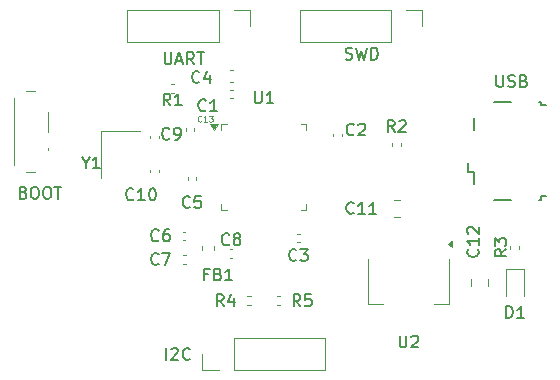
<source format=gbr>
%TF.GenerationSoftware,KiCad,Pcbnew,9.0.1*%
%TF.CreationDate,2025-04-26T12:53:08+02:00*%
%TF.ProjectId,stm32_board,73746d33-325f-4626-9f61-72642e6b6963,rev?*%
%TF.SameCoordinates,Original*%
%TF.FileFunction,Legend,Top*%
%TF.FilePolarity,Positive*%
%FSLAX46Y46*%
G04 Gerber Fmt 4.6, Leading zero omitted, Abs format (unit mm)*
G04 Created by KiCad (PCBNEW 9.0.1) date 2025-04-26 12:53:08*
%MOMM*%
%LPD*%
G01*
G04 APERTURE LIST*
%ADD10C,0.150000*%
%ADD11C,0.100000*%
%ADD12C,0.120000*%
G04 APERTURE END LIST*
D10*
X126373333Y-59399580D02*
X126325714Y-59447200D01*
X126325714Y-59447200D02*
X126182857Y-59494819D01*
X126182857Y-59494819D02*
X126087619Y-59494819D01*
X126087619Y-59494819D02*
X125944762Y-59447200D01*
X125944762Y-59447200D02*
X125849524Y-59351961D01*
X125849524Y-59351961D02*
X125801905Y-59256723D01*
X125801905Y-59256723D02*
X125754286Y-59066247D01*
X125754286Y-59066247D02*
X125754286Y-58923390D01*
X125754286Y-58923390D02*
X125801905Y-58732914D01*
X125801905Y-58732914D02*
X125849524Y-58637676D01*
X125849524Y-58637676D02*
X125944762Y-58542438D01*
X125944762Y-58542438D02*
X126087619Y-58494819D01*
X126087619Y-58494819D02*
X126182857Y-58494819D01*
X126182857Y-58494819D02*
X126325714Y-58542438D01*
X126325714Y-58542438D02*
X126373333Y-58590057D01*
X126754286Y-58590057D02*
X126801905Y-58542438D01*
X126801905Y-58542438D02*
X126897143Y-58494819D01*
X126897143Y-58494819D02*
X127135238Y-58494819D01*
X127135238Y-58494819D02*
X127230476Y-58542438D01*
X127230476Y-58542438D02*
X127278095Y-58590057D01*
X127278095Y-58590057D02*
X127325714Y-58685295D01*
X127325714Y-58685295D02*
X127325714Y-58780533D01*
X127325714Y-58780533D02*
X127278095Y-58923390D01*
X127278095Y-58923390D02*
X126706667Y-59494819D01*
X126706667Y-59494819D02*
X127325714Y-59494819D01*
X138438095Y-54379819D02*
X138438095Y-55189342D01*
X138438095Y-55189342D02*
X138485714Y-55284580D01*
X138485714Y-55284580D02*
X138533333Y-55332200D01*
X138533333Y-55332200D02*
X138628571Y-55379819D01*
X138628571Y-55379819D02*
X138819047Y-55379819D01*
X138819047Y-55379819D02*
X138914285Y-55332200D01*
X138914285Y-55332200D02*
X138961904Y-55284580D01*
X138961904Y-55284580D02*
X139009523Y-55189342D01*
X139009523Y-55189342D02*
X139009523Y-54379819D01*
X139438095Y-55332200D02*
X139580952Y-55379819D01*
X139580952Y-55379819D02*
X139819047Y-55379819D01*
X139819047Y-55379819D02*
X139914285Y-55332200D01*
X139914285Y-55332200D02*
X139961904Y-55284580D01*
X139961904Y-55284580D02*
X140009523Y-55189342D01*
X140009523Y-55189342D02*
X140009523Y-55094104D01*
X140009523Y-55094104D02*
X139961904Y-54998866D01*
X139961904Y-54998866D02*
X139914285Y-54951247D01*
X139914285Y-54951247D02*
X139819047Y-54903628D01*
X139819047Y-54903628D02*
X139628571Y-54856009D01*
X139628571Y-54856009D02*
X139533333Y-54808390D01*
X139533333Y-54808390D02*
X139485714Y-54760771D01*
X139485714Y-54760771D02*
X139438095Y-54665533D01*
X139438095Y-54665533D02*
X139438095Y-54570295D01*
X139438095Y-54570295D02*
X139485714Y-54475057D01*
X139485714Y-54475057D02*
X139533333Y-54427438D01*
X139533333Y-54427438D02*
X139628571Y-54379819D01*
X139628571Y-54379819D02*
X139866666Y-54379819D01*
X139866666Y-54379819D02*
X140009523Y-54427438D01*
X140771428Y-54856009D02*
X140914285Y-54903628D01*
X140914285Y-54903628D02*
X140961904Y-54951247D01*
X140961904Y-54951247D02*
X141009523Y-55046485D01*
X141009523Y-55046485D02*
X141009523Y-55189342D01*
X141009523Y-55189342D02*
X140961904Y-55284580D01*
X140961904Y-55284580D02*
X140914285Y-55332200D01*
X140914285Y-55332200D02*
X140819047Y-55379819D01*
X140819047Y-55379819D02*
X140438095Y-55379819D01*
X140438095Y-55379819D02*
X140438095Y-54379819D01*
X140438095Y-54379819D02*
X140771428Y-54379819D01*
X140771428Y-54379819D02*
X140866666Y-54427438D01*
X140866666Y-54427438D02*
X140914285Y-54475057D01*
X140914285Y-54475057D02*
X140961904Y-54570295D01*
X140961904Y-54570295D02*
X140961904Y-54665533D01*
X140961904Y-54665533D02*
X140914285Y-54760771D01*
X140914285Y-54760771D02*
X140866666Y-54808390D01*
X140866666Y-54808390D02*
X140771428Y-54856009D01*
X140771428Y-54856009D02*
X140438095Y-54856009D01*
X112483333Y-65534580D02*
X112435714Y-65582200D01*
X112435714Y-65582200D02*
X112292857Y-65629819D01*
X112292857Y-65629819D02*
X112197619Y-65629819D01*
X112197619Y-65629819D02*
X112054762Y-65582200D01*
X112054762Y-65582200D02*
X111959524Y-65486961D01*
X111959524Y-65486961D02*
X111911905Y-65391723D01*
X111911905Y-65391723D02*
X111864286Y-65201247D01*
X111864286Y-65201247D02*
X111864286Y-65058390D01*
X111864286Y-65058390D02*
X111911905Y-64867914D01*
X111911905Y-64867914D02*
X111959524Y-64772676D01*
X111959524Y-64772676D02*
X112054762Y-64677438D01*
X112054762Y-64677438D02*
X112197619Y-64629819D01*
X112197619Y-64629819D02*
X112292857Y-64629819D01*
X112292857Y-64629819D02*
X112435714Y-64677438D01*
X112435714Y-64677438D02*
X112483333Y-64725057D01*
X113388095Y-64629819D02*
X112911905Y-64629819D01*
X112911905Y-64629819D02*
X112864286Y-65106009D01*
X112864286Y-65106009D02*
X112911905Y-65058390D01*
X112911905Y-65058390D02*
X113007143Y-65010771D01*
X113007143Y-65010771D02*
X113245238Y-65010771D01*
X113245238Y-65010771D02*
X113340476Y-65058390D01*
X113340476Y-65058390D02*
X113388095Y-65106009D01*
X113388095Y-65106009D02*
X113435714Y-65201247D01*
X113435714Y-65201247D02*
X113435714Y-65439342D01*
X113435714Y-65439342D02*
X113388095Y-65534580D01*
X113388095Y-65534580D02*
X113340476Y-65582200D01*
X113340476Y-65582200D02*
X113245238Y-65629819D01*
X113245238Y-65629819D02*
X113007143Y-65629819D01*
X113007143Y-65629819D02*
X112911905Y-65582200D01*
X112911905Y-65582200D02*
X112864286Y-65534580D01*
X114016666Y-71251009D02*
X113683333Y-71251009D01*
X113683333Y-71774819D02*
X113683333Y-70774819D01*
X113683333Y-70774819D02*
X114159523Y-70774819D01*
X114873809Y-71251009D02*
X115016666Y-71298628D01*
X115016666Y-71298628D02*
X115064285Y-71346247D01*
X115064285Y-71346247D02*
X115111904Y-71441485D01*
X115111904Y-71441485D02*
X115111904Y-71584342D01*
X115111904Y-71584342D02*
X115064285Y-71679580D01*
X115064285Y-71679580D02*
X115016666Y-71727200D01*
X115016666Y-71727200D02*
X114921428Y-71774819D01*
X114921428Y-71774819D02*
X114540476Y-71774819D01*
X114540476Y-71774819D02*
X114540476Y-70774819D01*
X114540476Y-70774819D02*
X114873809Y-70774819D01*
X114873809Y-70774819D02*
X114969047Y-70822438D01*
X114969047Y-70822438D02*
X115016666Y-70870057D01*
X115016666Y-70870057D02*
X115064285Y-70965295D01*
X115064285Y-70965295D02*
X115064285Y-71060533D01*
X115064285Y-71060533D02*
X115016666Y-71155771D01*
X115016666Y-71155771D02*
X114969047Y-71203390D01*
X114969047Y-71203390D02*
X114873809Y-71251009D01*
X114873809Y-71251009D02*
X114540476Y-71251009D01*
X116064285Y-71774819D02*
X115492857Y-71774819D01*
X115778571Y-71774819D02*
X115778571Y-70774819D01*
X115778571Y-70774819D02*
X115683333Y-70917676D01*
X115683333Y-70917676D02*
X115588095Y-71012914D01*
X115588095Y-71012914D02*
X115492857Y-71060533D01*
X129813333Y-59214819D02*
X129480000Y-58738628D01*
X129241905Y-59214819D02*
X129241905Y-58214819D01*
X129241905Y-58214819D02*
X129622857Y-58214819D01*
X129622857Y-58214819D02*
X129718095Y-58262438D01*
X129718095Y-58262438D02*
X129765714Y-58310057D01*
X129765714Y-58310057D02*
X129813333Y-58405295D01*
X129813333Y-58405295D02*
X129813333Y-58548152D01*
X129813333Y-58548152D02*
X129765714Y-58643390D01*
X129765714Y-58643390D02*
X129718095Y-58691009D01*
X129718095Y-58691009D02*
X129622857Y-58738628D01*
X129622857Y-58738628D02*
X129241905Y-58738628D01*
X130194286Y-58310057D02*
X130241905Y-58262438D01*
X130241905Y-58262438D02*
X130337143Y-58214819D01*
X130337143Y-58214819D02*
X130575238Y-58214819D01*
X130575238Y-58214819D02*
X130670476Y-58262438D01*
X130670476Y-58262438D02*
X130718095Y-58310057D01*
X130718095Y-58310057D02*
X130765714Y-58405295D01*
X130765714Y-58405295D02*
X130765714Y-58500533D01*
X130765714Y-58500533D02*
X130718095Y-58643390D01*
X130718095Y-58643390D02*
X130146667Y-59214819D01*
X130146667Y-59214819D02*
X130765714Y-59214819D01*
X121493333Y-70029580D02*
X121445714Y-70077200D01*
X121445714Y-70077200D02*
X121302857Y-70124819D01*
X121302857Y-70124819D02*
X121207619Y-70124819D01*
X121207619Y-70124819D02*
X121064762Y-70077200D01*
X121064762Y-70077200D02*
X120969524Y-69981961D01*
X120969524Y-69981961D02*
X120921905Y-69886723D01*
X120921905Y-69886723D02*
X120874286Y-69696247D01*
X120874286Y-69696247D02*
X120874286Y-69553390D01*
X120874286Y-69553390D02*
X120921905Y-69362914D01*
X120921905Y-69362914D02*
X120969524Y-69267676D01*
X120969524Y-69267676D02*
X121064762Y-69172438D01*
X121064762Y-69172438D02*
X121207619Y-69124819D01*
X121207619Y-69124819D02*
X121302857Y-69124819D01*
X121302857Y-69124819D02*
X121445714Y-69172438D01*
X121445714Y-69172438D02*
X121493333Y-69220057D01*
X121826667Y-69124819D02*
X122445714Y-69124819D01*
X122445714Y-69124819D02*
X122112381Y-69505771D01*
X122112381Y-69505771D02*
X122255238Y-69505771D01*
X122255238Y-69505771D02*
X122350476Y-69553390D01*
X122350476Y-69553390D02*
X122398095Y-69601009D01*
X122398095Y-69601009D02*
X122445714Y-69696247D01*
X122445714Y-69696247D02*
X122445714Y-69934342D01*
X122445714Y-69934342D02*
X122398095Y-70029580D01*
X122398095Y-70029580D02*
X122350476Y-70077200D01*
X122350476Y-70077200D02*
X122255238Y-70124819D01*
X122255238Y-70124819D02*
X121969524Y-70124819D01*
X121969524Y-70124819D02*
X121874286Y-70077200D01*
X121874286Y-70077200D02*
X121826667Y-70029580D01*
X117988095Y-55767319D02*
X117988095Y-56576842D01*
X117988095Y-56576842D02*
X118035714Y-56672080D01*
X118035714Y-56672080D02*
X118083333Y-56719700D01*
X118083333Y-56719700D02*
X118178571Y-56767319D01*
X118178571Y-56767319D02*
X118369047Y-56767319D01*
X118369047Y-56767319D02*
X118464285Y-56719700D01*
X118464285Y-56719700D02*
X118511904Y-56672080D01*
X118511904Y-56672080D02*
X118559523Y-56576842D01*
X118559523Y-56576842D02*
X118559523Y-55767319D01*
X119559523Y-56767319D02*
X118988095Y-56767319D01*
X119273809Y-56767319D02*
X119273809Y-55767319D01*
X119273809Y-55767319D02*
X119178571Y-55910176D01*
X119178571Y-55910176D02*
X119083333Y-56005414D01*
X119083333Y-56005414D02*
X118988095Y-56053033D01*
X121833333Y-73954819D02*
X121500000Y-73478628D01*
X121261905Y-73954819D02*
X121261905Y-72954819D01*
X121261905Y-72954819D02*
X121642857Y-72954819D01*
X121642857Y-72954819D02*
X121738095Y-73002438D01*
X121738095Y-73002438D02*
X121785714Y-73050057D01*
X121785714Y-73050057D02*
X121833333Y-73145295D01*
X121833333Y-73145295D02*
X121833333Y-73288152D01*
X121833333Y-73288152D02*
X121785714Y-73383390D01*
X121785714Y-73383390D02*
X121738095Y-73431009D01*
X121738095Y-73431009D02*
X121642857Y-73478628D01*
X121642857Y-73478628D02*
X121261905Y-73478628D01*
X122738095Y-72954819D02*
X122261905Y-72954819D01*
X122261905Y-72954819D02*
X122214286Y-73431009D01*
X122214286Y-73431009D02*
X122261905Y-73383390D01*
X122261905Y-73383390D02*
X122357143Y-73335771D01*
X122357143Y-73335771D02*
X122595238Y-73335771D01*
X122595238Y-73335771D02*
X122690476Y-73383390D01*
X122690476Y-73383390D02*
X122738095Y-73431009D01*
X122738095Y-73431009D02*
X122785714Y-73526247D01*
X122785714Y-73526247D02*
X122785714Y-73764342D01*
X122785714Y-73764342D02*
X122738095Y-73859580D01*
X122738095Y-73859580D02*
X122690476Y-73907200D01*
X122690476Y-73907200D02*
X122595238Y-73954819D01*
X122595238Y-73954819D02*
X122357143Y-73954819D01*
X122357143Y-73954819D02*
X122261905Y-73907200D01*
X122261905Y-73907200D02*
X122214286Y-73859580D01*
X110833333Y-56954819D02*
X110500000Y-56478628D01*
X110261905Y-56954819D02*
X110261905Y-55954819D01*
X110261905Y-55954819D02*
X110642857Y-55954819D01*
X110642857Y-55954819D02*
X110738095Y-56002438D01*
X110738095Y-56002438D02*
X110785714Y-56050057D01*
X110785714Y-56050057D02*
X110833333Y-56145295D01*
X110833333Y-56145295D02*
X110833333Y-56288152D01*
X110833333Y-56288152D02*
X110785714Y-56383390D01*
X110785714Y-56383390D02*
X110738095Y-56431009D01*
X110738095Y-56431009D02*
X110642857Y-56478628D01*
X110642857Y-56478628D02*
X110261905Y-56478628D01*
X111785714Y-56954819D02*
X111214286Y-56954819D01*
X111500000Y-56954819D02*
X111500000Y-55954819D01*
X111500000Y-55954819D02*
X111404762Y-56097676D01*
X111404762Y-56097676D02*
X111309524Y-56192914D01*
X111309524Y-56192914D02*
X111214286Y-56240533D01*
X139284819Y-69156666D02*
X138808628Y-69489999D01*
X139284819Y-69728094D02*
X138284819Y-69728094D01*
X138284819Y-69728094D02*
X138284819Y-69347142D01*
X138284819Y-69347142D02*
X138332438Y-69251904D01*
X138332438Y-69251904D02*
X138380057Y-69204285D01*
X138380057Y-69204285D02*
X138475295Y-69156666D01*
X138475295Y-69156666D02*
X138618152Y-69156666D01*
X138618152Y-69156666D02*
X138713390Y-69204285D01*
X138713390Y-69204285D02*
X138761009Y-69251904D01*
X138761009Y-69251904D02*
X138808628Y-69347142D01*
X138808628Y-69347142D02*
X138808628Y-69728094D01*
X138284819Y-68823332D02*
X138284819Y-68204285D01*
X138284819Y-68204285D02*
X138665771Y-68537618D01*
X138665771Y-68537618D02*
X138665771Y-68394761D01*
X138665771Y-68394761D02*
X138713390Y-68299523D01*
X138713390Y-68299523D02*
X138761009Y-68251904D01*
X138761009Y-68251904D02*
X138856247Y-68204285D01*
X138856247Y-68204285D02*
X139094342Y-68204285D01*
X139094342Y-68204285D02*
X139189580Y-68251904D01*
X139189580Y-68251904D02*
X139237200Y-68299523D01*
X139237200Y-68299523D02*
X139284819Y-68394761D01*
X139284819Y-68394761D02*
X139284819Y-68680475D01*
X139284819Y-68680475D02*
X139237200Y-68775713D01*
X139237200Y-68775713D02*
X139189580Y-68823332D01*
X110344762Y-52474819D02*
X110344762Y-53284342D01*
X110344762Y-53284342D02*
X110392381Y-53379580D01*
X110392381Y-53379580D02*
X110440000Y-53427200D01*
X110440000Y-53427200D02*
X110535238Y-53474819D01*
X110535238Y-53474819D02*
X110725714Y-53474819D01*
X110725714Y-53474819D02*
X110820952Y-53427200D01*
X110820952Y-53427200D02*
X110868571Y-53379580D01*
X110868571Y-53379580D02*
X110916190Y-53284342D01*
X110916190Y-53284342D02*
X110916190Y-52474819D01*
X111344762Y-53189104D02*
X111820952Y-53189104D01*
X111249524Y-53474819D02*
X111582857Y-52474819D01*
X111582857Y-52474819D02*
X111916190Y-53474819D01*
X112820952Y-53474819D02*
X112487619Y-52998628D01*
X112249524Y-53474819D02*
X112249524Y-52474819D01*
X112249524Y-52474819D02*
X112630476Y-52474819D01*
X112630476Y-52474819D02*
X112725714Y-52522438D01*
X112725714Y-52522438D02*
X112773333Y-52570057D01*
X112773333Y-52570057D02*
X112820952Y-52665295D01*
X112820952Y-52665295D02*
X112820952Y-52808152D01*
X112820952Y-52808152D02*
X112773333Y-52903390D01*
X112773333Y-52903390D02*
X112725714Y-52951009D01*
X112725714Y-52951009D02*
X112630476Y-52998628D01*
X112630476Y-52998628D02*
X112249524Y-52998628D01*
X113106667Y-52474819D02*
X113678095Y-52474819D01*
X113392381Y-53474819D02*
X113392381Y-52474819D01*
X113293333Y-54959580D02*
X113245714Y-55007200D01*
X113245714Y-55007200D02*
X113102857Y-55054819D01*
X113102857Y-55054819D02*
X113007619Y-55054819D01*
X113007619Y-55054819D02*
X112864762Y-55007200D01*
X112864762Y-55007200D02*
X112769524Y-54911961D01*
X112769524Y-54911961D02*
X112721905Y-54816723D01*
X112721905Y-54816723D02*
X112674286Y-54626247D01*
X112674286Y-54626247D02*
X112674286Y-54483390D01*
X112674286Y-54483390D02*
X112721905Y-54292914D01*
X112721905Y-54292914D02*
X112769524Y-54197676D01*
X112769524Y-54197676D02*
X112864762Y-54102438D01*
X112864762Y-54102438D02*
X113007619Y-54054819D01*
X113007619Y-54054819D02*
X113102857Y-54054819D01*
X113102857Y-54054819D02*
X113245714Y-54102438D01*
X113245714Y-54102438D02*
X113293333Y-54150057D01*
X114150476Y-54388152D02*
X114150476Y-55054819D01*
X113912381Y-54007200D02*
X113674286Y-54721485D01*
X113674286Y-54721485D02*
X114293333Y-54721485D01*
X109833333Y-70359580D02*
X109785714Y-70407200D01*
X109785714Y-70407200D02*
X109642857Y-70454819D01*
X109642857Y-70454819D02*
X109547619Y-70454819D01*
X109547619Y-70454819D02*
X109404762Y-70407200D01*
X109404762Y-70407200D02*
X109309524Y-70311961D01*
X109309524Y-70311961D02*
X109261905Y-70216723D01*
X109261905Y-70216723D02*
X109214286Y-70026247D01*
X109214286Y-70026247D02*
X109214286Y-69883390D01*
X109214286Y-69883390D02*
X109261905Y-69692914D01*
X109261905Y-69692914D02*
X109309524Y-69597676D01*
X109309524Y-69597676D02*
X109404762Y-69502438D01*
X109404762Y-69502438D02*
X109547619Y-69454819D01*
X109547619Y-69454819D02*
X109642857Y-69454819D01*
X109642857Y-69454819D02*
X109785714Y-69502438D01*
X109785714Y-69502438D02*
X109833333Y-69550057D01*
X110166667Y-69454819D02*
X110833333Y-69454819D01*
X110833333Y-69454819D02*
X110404762Y-70454819D01*
X109833333Y-68359580D02*
X109785714Y-68407200D01*
X109785714Y-68407200D02*
X109642857Y-68454819D01*
X109642857Y-68454819D02*
X109547619Y-68454819D01*
X109547619Y-68454819D02*
X109404762Y-68407200D01*
X109404762Y-68407200D02*
X109309524Y-68311961D01*
X109309524Y-68311961D02*
X109261905Y-68216723D01*
X109261905Y-68216723D02*
X109214286Y-68026247D01*
X109214286Y-68026247D02*
X109214286Y-67883390D01*
X109214286Y-67883390D02*
X109261905Y-67692914D01*
X109261905Y-67692914D02*
X109309524Y-67597676D01*
X109309524Y-67597676D02*
X109404762Y-67502438D01*
X109404762Y-67502438D02*
X109547619Y-67454819D01*
X109547619Y-67454819D02*
X109642857Y-67454819D01*
X109642857Y-67454819D02*
X109785714Y-67502438D01*
X109785714Y-67502438D02*
X109833333Y-67550057D01*
X110690476Y-67454819D02*
X110500000Y-67454819D01*
X110500000Y-67454819D02*
X110404762Y-67502438D01*
X110404762Y-67502438D02*
X110357143Y-67550057D01*
X110357143Y-67550057D02*
X110261905Y-67692914D01*
X110261905Y-67692914D02*
X110214286Y-67883390D01*
X110214286Y-67883390D02*
X110214286Y-68264342D01*
X110214286Y-68264342D02*
X110261905Y-68359580D01*
X110261905Y-68359580D02*
X110309524Y-68407200D01*
X110309524Y-68407200D02*
X110404762Y-68454819D01*
X110404762Y-68454819D02*
X110595238Y-68454819D01*
X110595238Y-68454819D02*
X110690476Y-68407200D01*
X110690476Y-68407200D02*
X110738095Y-68359580D01*
X110738095Y-68359580D02*
X110785714Y-68264342D01*
X110785714Y-68264342D02*
X110785714Y-68026247D01*
X110785714Y-68026247D02*
X110738095Y-67931009D01*
X110738095Y-67931009D02*
X110690476Y-67883390D01*
X110690476Y-67883390D02*
X110595238Y-67835771D01*
X110595238Y-67835771D02*
X110404762Y-67835771D01*
X110404762Y-67835771D02*
X110309524Y-67883390D01*
X110309524Y-67883390D02*
X110261905Y-67931009D01*
X110261905Y-67931009D02*
X110214286Y-68026247D01*
X126357142Y-66059580D02*
X126309523Y-66107200D01*
X126309523Y-66107200D02*
X126166666Y-66154819D01*
X126166666Y-66154819D02*
X126071428Y-66154819D01*
X126071428Y-66154819D02*
X125928571Y-66107200D01*
X125928571Y-66107200D02*
X125833333Y-66011961D01*
X125833333Y-66011961D02*
X125785714Y-65916723D01*
X125785714Y-65916723D02*
X125738095Y-65726247D01*
X125738095Y-65726247D02*
X125738095Y-65583390D01*
X125738095Y-65583390D02*
X125785714Y-65392914D01*
X125785714Y-65392914D02*
X125833333Y-65297676D01*
X125833333Y-65297676D02*
X125928571Y-65202438D01*
X125928571Y-65202438D02*
X126071428Y-65154819D01*
X126071428Y-65154819D02*
X126166666Y-65154819D01*
X126166666Y-65154819D02*
X126309523Y-65202438D01*
X126309523Y-65202438D02*
X126357142Y-65250057D01*
X127309523Y-66154819D02*
X126738095Y-66154819D01*
X127023809Y-66154819D02*
X127023809Y-65154819D01*
X127023809Y-65154819D02*
X126928571Y-65297676D01*
X126928571Y-65297676D02*
X126833333Y-65392914D01*
X126833333Y-65392914D02*
X126738095Y-65440533D01*
X128261904Y-66154819D02*
X127690476Y-66154819D01*
X127976190Y-66154819D02*
X127976190Y-65154819D01*
X127976190Y-65154819D02*
X127880952Y-65297676D01*
X127880952Y-65297676D02*
X127785714Y-65392914D01*
X127785714Y-65392914D02*
X127690476Y-65440533D01*
X113833333Y-57359580D02*
X113785714Y-57407200D01*
X113785714Y-57407200D02*
X113642857Y-57454819D01*
X113642857Y-57454819D02*
X113547619Y-57454819D01*
X113547619Y-57454819D02*
X113404762Y-57407200D01*
X113404762Y-57407200D02*
X113309524Y-57311961D01*
X113309524Y-57311961D02*
X113261905Y-57216723D01*
X113261905Y-57216723D02*
X113214286Y-57026247D01*
X113214286Y-57026247D02*
X113214286Y-56883390D01*
X113214286Y-56883390D02*
X113261905Y-56692914D01*
X113261905Y-56692914D02*
X113309524Y-56597676D01*
X113309524Y-56597676D02*
X113404762Y-56502438D01*
X113404762Y-56502438D02*
X113547619Y-56454819D01*
X113547619Y-56454819D02*
X113642857Y-56454819D01*
X113642857Y-56454819D02*
X113785714Y-56502438D01*
X113785714Y-56502438D02*
X113833333Y-56550057D01*
X114785714Y-57454819D02*
X114214286Y-57454819D01*
X114500000Y-57454819D02*
X114500000Y-56454819D01*
X114500000Y-56454819D02*
X114404762Y-56597676D01*
X114404762Y-56597676D02*
X114309524Y-56692914D01*
X114309524Y-56692914D02*
X114214286Y-56740533D01*
D11*
X113458571Y-58288490D02*
X113434762Y-58312300D01*
X113434762Y-58312300D02*
X113363333Y-58336109D01*
X113363333Y-58336109D02*
X113315714Y-58336109D01*
X113315714Y-58336109D02*
X113244286Y-58312300D01*
X113244286Y-58312300D02*
X113196667Y-58264680D01*
X113196667Y-58264680D02*
X113172857Y-58217061D01*
X113172857Y-58217061D02*
X113149048Y-58121823D01*
X113149048Y-58121823D02*
X113149048Y-58050395D01*
X113149048Y-58050395D02*
X113172857Y-57955157D01*
X113172857Y-57955157D02*
X113196667Y-57907538D01*
X113196667Y-57907538D02*
X113244286Y-57859919D01*
X113244286Y-57859919D02*
X113315714Y-57836109D01*
X113315714Y-57836109D02*
X113363333Y-57836109D01*
X113363333Y-57836109D02*
X113434762Y-57859919D01*
X113434762Y-57859919D02*
X113458571Y-57883728D01*
X113934762Y-58336109D02*
X113649048Y-58336109D01*
X113791905Y-58336109D02*
X113791905Y-57836109D01*
X113791905Y-57836109D02*
X113744286Y-57907538D01*
X113744286Y-57907538D02*
X113696667Y-57955157D01*
X113696667Y-57955157D02*
X113649048Y-57978966D01*
X114101428Y-57836109D02*
X114410952Y-57836109D01*
X114410952Y-57836109D02*
X114244285Y-58026585D01*
X114244285Y-58026585D02*
X114315714Y-58026585D01*
X114315714Y-58026585D02*
X114363333Y-58050395D01*
X114363333Y-58050395D02*
X114387142Y-58074204D01*
X114387142Y-58074204D02*
X114410952Y-58121823D01*
X114410952Y-58121823D02*
X114410952Y-58240871D01*
X114410952Y-58240871D02*
X114387142Y-58288490D01*
X114387142Y-58288490D02*
X114363333Y-58312300D01*
X114363333Y-58312300D02*
X114315714Y-58336109D01*
X114315714Y-58336109D02*
X114172857Y-58336109D01*
X114172857Y-58336109D02*
X114125238Y-58312300D01*
X114125238Y-58312300D02*
X114101428Y-58288490D01*
D10*
X139261905Y-74954819D02*
X139261905Y-73954819D01*
X139261905Y-73954819D02*
X139500000Y-73954819D01*
X139500000Y-73954819D02*
X139642857Y-74002438D01*
X139642857Y-74002438D02*
X139738095Y-74097676D01*
X139738095Y-74097676D02*
X139785714Y-74192914D01*
X139785714Y-74192914D02*
X139833333Y-74383390D01*
X139833333Y-74383390D02*
X139833333Y-74526247D01*
X139833333Y-74526247D02*
X139785714Y-74716723D01*
X139785714Y-74716723D02*
X139738095Y-74811961D01*
X139738095Y-74811961D02*
X139642857Y-74907200D01*
X139642857Y-74907200D02*
X139500000Y-74954819D01*
X139500000Y-74954819D02*
X139261905Y-74954819D01*
X140785714Y-74954819D02*
X140214286Y-74954819D01*
X140500000Y-74954819D02*
X140500000Y-73954819D01*
X140500000Y-73954819D02*
X140404762Y-74097676D01*
X140404762Y-74097676D02*
X140309524Y-74192914D01*
X140309524Y-74192914D02*
X140214286Y-74240533D01*
X130238095Y-76454819D02*
X130238095Y-77264342D01*
X130238095Y-77264342D02*
X130285714Y-77359580D01*
X130285714Y-77359580D02*
X130333333Y-77407200D01*
X130333333Y-77407200D02*
X130428571Y-77454819D01*
X130428571Y-77454819D02*
X130619047Y-77454819D01*
X130619047Y-77454819D02*
X130714285Y-77407200D01*
X130714285Y-77407200D02*
X130761904Y-77359580D01*
X130761904Y-77359580D02*
X130809523Y-77264342D01*
X130809523Y-77264342D02*
X130809523Y-76454819D01*
X131238095Y-76550057D02*
X131285714Y-76502438D01*
X131285714Y-76502438D02*
X131380952Y-76454819D01*
X131380952Y-76454819D02*
X131619047Y-76454819D01*
X131619047Y-76454819D02*
X131714285Y-76502438D01*
X131714285Y-76502438D02*
X131761904Y-76550057D01*
X131761904Y-76550057D02*
X131809523Y-76645295D01*
X131809523Y-76645295D02*
X131809523Y-76740533D01*
X131809523Y-76740533D02*
X131761904Y-76883390D01*
X131761904Y-76883390D02*
X131190476Y-77454819D01*
X131190476Y-77454819D02*
X131809523Y-77454819D01*
X110483810Y-78504819D02*
X110483810Y-77504819D01*
X110912381Y-77600057D02*
X110960000Y-77552438D01*
X110960000Y-77552438D02*
X111055238Y-77504819D01*
X111055238Y-77504819D02*
X111293333Y-77504819D01*
X111293333Y-77504819D02*
X111388571Y-77552438D01*
X111388571Y-77552438D02*
X111436190Y-77600057D01*
X111436190Y-77600057D02*
X111483809Y-77695295D01*
X111483809Y-77695295D02*
X111483809Y-77790533D01*
X111483809Y-77790533D02*
X111436190Y-77933390D01*
X111436190Y-77933390D02*
X110864762Y-78504819D01*
X110864762Y-78504819D02*
X111483809Y-78504819D01*
X112483809Y-78409580D02*
X112436190Y-78457200D01*
X112436190Y-78457200D02*
X112293333Y-78504819D01*
X112293333Y-78504819D02*
X112198095Y-78504819D01*
X112198095Y-78504819D02*
X112055238Y-78457200D01*
X112055238Y-78457200D02*
X111960000Y-78361961D01*
X111960000Y-78361961D02*
X111912381Y-78266723D01*
X111912381Y-78266723D02*
X111864762Y-78076247D01*
X111864762Y-78076247D02*
X111864762Y-77933390D01*
X111864762Y-77933390D02*
X111912381Y-77742914D01*
X111912381Y-77742914D02*
X111960000Y-77647676D01*
X111960000Y-77647676D02*
X112055238Y-77552438D01*
X112055238Y-77552438D02*
X112198095Y-77504819D01*
X112198095Y-77504819D02*
X112293333Y-77504819D01*
X112293333Y-77504819D02*
X112436190Y-77552438D01*
X112436190Y-77552438D02*
X112483809Y-77600057D01*
X98402857Y-64331009D02*
X98545714Y-64378628D01*
X98545714Y-64378628D02*
X98593333Y-64426247D01*
X98593333Y-64426247D02*
X98640952Y-64521485D01*
X98640952Y-64521485D02*
X98640952Y-64664342D01*
X98640952Y-64664342D02*
X98593333Y-64759580D01*
X98593333Y-64759580D02*
X98545714Y-64807200D01*
X98545714Y-64807200D02*
X98450476Y-64854819D01*
X98450476Y-64854819D02*
X98069524Y-64854819D01*
X98069524Y-64854819D02*
X98069524Y-63854819D01*
X98069524Y-63854819D02*
X98402857Y-63854819D01*
X98402857Y-63854819D02*
X98498095Y-63902438D01*
X98498095Y-63902438D02*
X98545714Y-63950057D01*
X98545714Y-63950057D02*
X98593333Y-64045295D01*
X98593333Y-64045295D02*
X98593333Y-64140533D01*
X98593333Y-64140533D02*
X98545714Y-64235771D01*
X98545714Y-64235771D02*
X98498095Y-64283390D01*
X98498095Y-64283390D02*
X98402857Y-64331009D01*
X98402857Y-64331009D02*
X98069524Y-64331009D01*
X99260000Y-63854819D02*
X99450476Y-63854819D01*
X99450476Y-63854819D02*
X99545714Y-63902438D01*
X99545714Y-63902438D02*
X99640952Y-63997676D01*
X99640952Y-63997676D02*
X99688571Y-64188152D01*
X99688571Y-64188152D02*
X99688571Y-64521485D01*
X99688571Y-64521485D02*
X99640952Y-64711961D01*
X99640952Y-64711961D02*
X99545714Y-64807200D01*
X99545714Y-64807200D02*
X99450476Y-64854819D01*
X99450476Y-64854819D02*
X99260000Y-64854819D01*
X99260000Y-64854819D02*
X99164762Y-64807200D01*
X99164762Y-64807200D02*
X99069524Y-64711961D01*
X99069524Y-64711961D02*
X99021905Y-64521485D01*
X99021905Y-64521485D02*
X99021905Y-64188152D01*
X99021905Y-64188152D02*
X99069524Y-63997676D01*
X99069524Y-63997676D02*
X99164762Y-63902438D01*
X99164762Y-63902438D02*
X99260000Y-63854819D01*
X100307619Y-63854819D02*
X100498095Y-63854819D01*
X100498095Y-63854819D02*
X100593333Y-63902438D01*
X100593333Y-63902438D02*
X100688571Y-63997676D01*
X100688571Y-63997676D02*
X100736190Y-64188152D01*
X100736190Y-64188152D02*
X100736190Y-64521485D01*
X100736190Y-64521485D02*
X100688571Y-64711961D01*
X100688571Y-64711961D02*
X100593333Y-64807200D01*
X100593333Y-64807200D02*
X100498095Y-64854819D01*
X100498095Y-64854819D02*
X100307619Y-64854819D01*
X100307619Y-64854819D02*
X100212381Y-64807200D01*
X100212381Y-64807200D02*
X100117143Y-64711961D01*
X100117143Y-64711961D02*
X100069524Y-64521485D01*
X100069524Y-64521485D02*
X100069524Y-64188152D01*
X100069524Y-64188152D02*
X100117143Y-63997676D01*
X100117143Y-63997676D02*
X100212381Y-63902438D01*
X100212381Y-63902438D02*
X100307619Y-63854819D01*
X101021905Y-63854819D02*
X101593333Y-63854819D01*
X101307619Y-64854819D02*
X101307619Y-63854819D01*
X103673809Y-61808628D02*
X103673809Y-62284819D01*
X103340476Y-61284819D02*
X103673809Y-61808628D01*
X103673809Y-61808628D02*
X104007142Y-61284819D01*
X104864285Y-62284819D02*
X104292857Y-62284819D01*
X104578571Y-62284819D02*
X104578571Y-61284819D01*
X104578571Y-61284819D02*
X104483333Y-61427676D01*
X104483333Y-61427676D02*
X104388095Y-61522914D01*
X104388095Y-61522914D02*
X104292857Y-61570533D01*
X115333333Y-73954819D02*
X115000000Y-73478628D01*
X114761905Y-73954819D02*
X114761905Y-72954819D01*
X114761905Y-72954819D02*
X115142857Y-72954819D01*
X115142857Y-72954819D02*
X115238095Y-73002438D01*
X115238095Y-73002438D02*
X115285714Y-73050057D01*
X115285714Y-73050057D02*
X115333333Y-73145295D01*
X115333333Y-73145295D02*
X115333333Y-73288152D01*
X115333333Y-73288152D02*
X115285714Y-73383390D01*
X115285714Y-73383390D02*
X115238095Y-73431009D01*
X115238095Y-73431009D02*
X115142857Y-73478628D01*
X115142857Y-73478628D02*
X114761905Y-73478628D01*
X116190476Y-73288152D02*
X116190476Y-73954819D01*
X115952381Y-72907200D02*
X115714286Y-73621485D01*
X115714286Y-73621485D02*
X116333333Y-73621485D01*
X125682857Y-53027200D02*
X125825714Y-53074819D01*
X125825714Y-53074819D02*
X126063809Y-53074819D01*
X126063809Y-53074819D02*
X126159047Y-53027200D01*
X126159047Y-53027200D02*
X126206666Y-52979580D01*
X126206666Y-52979580D02*
X126254285Y-52884342D01*
X126254285Y-52884342D02*
X126254285Y-52789104D01*
X126254285Y-52789104D02*
X126206666Y-52693866D01*
X126206666Y-52693866D02*
X126159047Y-52646247D01*
X126159047Y-52646247D02*
X126063809Y-52598628D01*
X126063809Y-52598628D02*
X125873333Y-52551009D01*
X125873333Y-52551009D02*
X125778095Y-52503390D01*
X125778095Y-52503390D02*
X125730476Y-52455771D01*
X125730476Y-52455771D02*
X125682857Y-52360533D01*
X125682857Y-52360533D02*
X125682857Y-52265295D01*
X125682857Y-52265295D02*
X125730476Y-52170057D01*
X125730476Y-52170057D02*
X125778095Y-52122438D01*
X125778095Y-52122438D02*
X125873333Y-52074819D01*
X125873333Y-52074819D02*
X126111428Y-52074819D01*
X126111428Y-52074819D02*
X126254285Y-52122438D01*
X126587619Y-52074819D02*
X126825714Y-53074819D01*
X126825714Y-53074819D02*
X127016190Y-52360533D01*
X127016190Y-52360533D02*
X127206666Y-53074819D01*
X127206666Y-53074819D02*
X127444762Y-52074819D01*
X127825714Y-53074819D02*
X127825714Y-52074819D01*
X127825714Y-52074819D02*
X128063809Y-52074819D01*
X128063809Y-52074819D02*
X128206666Y-52122438D01*
X128206666Y-52122438D02*
X128301904Y-52217676D01*
X128301904Y-52217676D02*
X128349523Y-52312914D01*
X128349523Y-52312914D02*
X128397142Y-52503390D01*
X128397142Y-52503390D02*
X128397142Y-52646247D01*
X128397142Y-52646247D02*
X128349523Y-52836723D01*
X128349523Y-52836723D02*
X128301904Y-52931961D01*
X128301904Y-52931961D02*
X128206666Y-53027200D01*
X128206666Y-53027200D02*
X128063809Y-53074819D01*
X128063809Y-53074819D02*
X127825714Y-53074819D01*
X136859580Y-69142857D02*
X136907200Y-69190476D01*
X136907200Y-69190476D02*
X136954819Y-69333333D01*
X136954819Y-69333333D02*
X136954819Y-69428571D01*
X136954819Y-69428571D02*
X136907200Y-69571428D01*
X136907200Y-69571428D02*
X136811961Y-69666666D01*
X136811961Y-69666666D02*
X136716723Y-69714285D01*
X136716723Y-69714285D02*
X136526247Y-69761904D01*
X136526247Y-69761904D02*
X136383390Y-69761904D01*
X136383390Y-69761904D02*
X136192914Y-69714285D01*
X136192914Y-69714285D02*
X136097676Y-69666666D01*
X136097676Y-69666666D02*
X136002438Y-69571428D01*
X136002438Y-69571428D02*
X135954819Y-69428571D01*
X135954819Y-69428571D02*
X135954819Y-69333333D01*
X135954819Y-69333333D02*
X136002438Y-69190476D01*
X136002438Y-69190476D02*
X136050057Y-69142857D01*
X136954819Y-68190476D02*
X136954819Y-68761904D01*
X136954819Y-68476190D02*
X135954819Y-68476190D01*
X135954819Y-68476190D02*
X136097676Y-68571428D01*
X136097676Y-68571428D02*
X136192914Y-68666666D01*
X136192914Y-68666666D02*
X136240533Y-68761904D01*
X136050057Y-67809523D02*
X136002438Y-67761904D01*
X136002438Y-67761904D02*
X135954819Y-67666666D01*
X135954819Y-67666666D02*
X135954819Y-67428571D01*
X135954819Y-67428571D02*
X136002438Y-67333333D01*
X136002438Y-67333333D02*
X136050057Y-67285714D01*
X136050057Y-67285714D02*
X136145295Y-67238095D01*
X136145295Y-67238095D02*
X136240533Y-67238095D01*
X136240533Y-67238095D02*
X136383390Y-67285714D01*
X136383390Y-67285714D02*
X136954819Y-67857142D01*
X136954819Y-67857142D02*
X136954819Y-67238095D01*
X110743333Y-59749580D02*
X110695714Y-59797200D01*
X110695714Y-59797200D02*
X110552857Y-59844819D01*
X110552857Y-59844819D02*
X110457619Y-59844819D01*
X110457619Y-59844819D02*
X110314762Y-59797200D01*
X110314762Y-59797200D02*
X110219524Y-59701961D01*
X110219524Y-59701961D02*
X110171905Y-59606723D01*
X110171905Y-59606723D02*
X110124286Y-59416247D01*
X110124286Y-59416247D02*
X110124286Y-59273390D01*
X110124286Y-59273390D02*
X110171905Y-59082914D01*
X110171905Y-59082914D02*
X110219524Y-58987676D01*
X110219524Y-58987676D02*
X110314762Y-58892438D01*
X110314762Y-58892438D02*
X110457619Y-58844819D01*
X110457619Y-58844819D02*
X110552857Y-58844819D01*
X110552857Y-58844819D02*
X110695714Y-58892438D01*
X110695714Y-58892438D02*
X110743333Y-58940057D01*
X111219524Y-59844819D02*
X111410000Y-59844819D01*
X111410000Y-59844819D02*
X111505238Y-59797200D01*
X111505238Y-59797200D02*
X111552857Y-59749580D01*
X111552857Y-59749580D02*
X111648095Y-59606723D01*
X111648095Y-59606723D02*
X111695714Y-59416247D01*
X111695714Y-59416247D02*
X111695714Y-59035295D01*
X111695714Y-59035295D02*
X111648095Y-58940057D01*
X111648095Y-58940057D02*
X111600476Y-58892438D01*
X111600476Y-58892438D02*
X111505238Y-58844819D01*
X111505238Y-58844819D02*
X111314762Y-58844819D01*
X111314762Y-58844819D02*
X111219524Y-58892438D01*
X111219524Y-58892438D02*
X111171905Y-58940057D01*
X111171905Y-58940057D02*
X111124286Y-59035295D01*
X111124286Y-59035295D02*
X111124286Y-59273390D01*
X111124286Y-59273390D02*
X111171905Y-59368628D01*
X111171905Y-59368628D02*
X111219524Y-59416247D01*
X111219524Y-59416247D02*
X111314762Y-59463866D01*
X111314762Y-59463866D02*
X111505238Y-59463866D01*
X111505238Y-59463866D02*
X111600476Y-59416247D01*
X111600476Y-59416247D02*
X111648095Y-59368628D01*
X111648095Y-59368628D02*
X111695714Y-59273390D01*
X107697142Y-64879580D02*
X107649523Y-64927200D01*
X107649523Y-64927200D02*
X107506666Y-64974819D01*
X107506666Y-64974819D02*
X107411428Y-64974819D01*
X107411428Y-64974819D02*
X107268571Y-64927200D01*
X107268571Y-64927200D02*
X107173333Y-64831961D01*
X107173333Y-64831961D02*
X107125714Y-64736723D01*
X107125714Y-64736723D02*
X107078095Y-64546247D01*
X107078095Y-64546247D02*
X107078095Y-64403390D01*
X107078095Y-64403390D02*
X107125714Y-64212914D01*
X107125714Y-64212914D02*
X107173333Y-64117676D01*
X107173333Y-64117676D02*
X107268571Y-64022438D01*
X107268571Y-64022438D02*
X107411428Y-63974819D01*
X107411428Y-63974819D02*
X107506666Y-63974819D01*
X107506666Y-63974819D02*
X107649523Y-64022438D01*
X107649523Y-64022438D02*
X107697142Y-64070057D01*
X108649523Y-64974819D02*
X108078095Y-64974819D01*
X108363809Y-64974819D02*
X108363809Y-63974819D01*
X108363809Y-63974819D02*
X108268571Y-64117676D01*
X108268571Y-64117676D02*
X108173333Y-64212914D01*
X108173333Y-64212914D02*
X108078095Y-64260533D01*
X109268571Y-63974819D02*
X109363809Y-63974819D01*
X109363809Y-63974819D02*
X109459047Y-64022438D01*
X109459047Y-64022438D02*
X109506666Y-64070057D01*
X109506666Y-64070057D02*
X109554285Y-64165295D01*
X109554285Y-64165295D02*
X109601904Y-64355771D01*
X109601904Y-64355771D02*
X109601904Y-64593866D01*
X109601904Y-64593866D02*
X109554285Y-64784342D01*
X109554285Y-64784342D02*
X109506666Y-64879580D01*
X109506666Y-64879580D02*
X109459047Y-64927200D01*
X109459047Y-64927200D02*
X109363809Y-64974819D01*
X109363809Y-64974819D02*
X109268571Y-64974819D01*
X109268571Y-64974819D02*
X109173333Y-64927200D01*
X109173333Y-64927200D02*
X109125714Y-64879580D01*
X109125714Y-64879580D02*
X109078095Y-64784342D01*
X109078095Y-64784342D02*
X109030476Y-64593866D01*
X109030476Y-64593866D02*
X109030476Y-64355771D01*
X109030476Y-64355771D02*
X109078095Y-64165295D01*
X109078095Y-64165295D02*
X109125714Y-64070057D01*
X109125714Y-64070057D02*
X109173333Y-64022438D01*
X109173333Y-64022438D02*
X109268571Y-63974819D01*
X115813333Y-68699580D02*
X115765714Y-68747200D01*
X115765714Y-68747200D02*
X115622857Y-68794819D01*
X115622857Y-68794819D02*
X115527619Y-68794819D01*
X115527619Y-68794819D02*
X115384762Y-68747200D01*
X115384762Y-68747200D02*
X115289524Y-68651961D01*
X115289524Y-68651961D02*
X115241905Y-68556723D01*
X115241905Y-68556723D02*
X115194286Y-68366247D01*
X115194286Y-68366247D02*
X115194286Y-68223390D01*
X115194286Y-68223390D02*
X115241905Y-68032914D01*
X115241905Y-68032914D02*
X115289524Y-67937676D01*
X115289524Y-67937676D02*
X115384762Y-67842438D01*
X115384762Y-67842438D02*
X115527619Y-67794819D01*
X115527619Y-67794819D02*
X115622857Y-67794819D01*
X115622857Y-67794819D02*
X115765714Y-67842438D01*
X115765714Y-67842438D02*
X115813333Y-67890057D01*
X116384762Y-68223390D02*
X116289524Y-68175771D01*
X116289524Y-68175771D02*
X116241905Y-68128152D01*
X116241905Y-68128152D02*
X116194286Y-68032914D01*
X116194286Y-68032914D02*
X116194286Y-67985295D01*
X116194286Y-67985295D02*
X116241905Y-67890057D01*
X116241905Y-67890057D02*
X116289524Y-67842438D01*
X116289524Y-67842438D02*
X116384762Y-67794819D01*
X116384762Y-67794819D02*
X116575238Y-67794819D01*
X116575238Y-67794819D02*
X116670476Y-67842438D01*
X116670476Y-67842438D02*
X116718095Y-67890057D01*
X116718095Y-67890057D02*
X116765714Y-67985295D01*
X116765714Y-67985295D02*
X116765714Y-68032914D01*
X116765714Y-68032914D02*
X116718095Y-68128152D01*
X116718095Y-68128152D02*
X116670476Y-68175771D01*
X116670476Y-68175771D02*
X116575238Y-68223390D01*
X116575238Y-68223390D02*
X116384762Y-68223390D01*
X116384762Y-68223390D02*
X116289524Y-68271009D01*
X116289524Y-68271009D02*
X116241905Y-68318628D01*
X116241905Y-68318628D02*
X116194286Y-68413866D01*
X116194286Y-68413866D02*
X116194286Y-68604342D01*
X116194286Y-68604342D02*
X116241905Y-68699580D01*
X116241905Y-68699580D02*
X116289524Y-68747200D01*
X116289524Y-68747200D02*
X116384762Y-68794819D01*
X116384762Y-68794819D02*
X116575238Y-68794819D01*
X116575238Y-68794819D02*
X116670476Y-68747200D01*
X116670476Y-68747200D02*
X116718095Y-68699580D01*
X116718095Y-68699580D02*
X116765714Y-68604342D01*
X116765714Y-68604342D02*
X116765714Y-68413866D01*
X116765714Y-68413866D02*
X116718095Y-68318628D01*
X116718095Y-68318628D02*
X116670476Y-68271009D01*
X116670476Y-68271009D02*
X116575238Y-68223390D01*
D12*
%TO.C,C2*%
X124640000Y-59372164D02*
X124640000Y-59587836D01*
X125360000Y-59372164D02*
X125360000Y-59587836D01*
D10*
%TO.C,USB*%
X136075000Y-61875000D02*
X136075000Y-62600000D01*
X136075000Y-62600000D02*
X136500000Y-62600000D01*
X136500000Y-59000000D02*
X136500000Y-58000000D01*
X136500000Y-62600000D02*
X136500000Y-63600000D01*
X138250000Y-64950000D02*
X139650000Y-64950000D01*
X139650000Y-56650000D02*
X138250000Y-56650000D01*
X142050000Y-64950000D02*
X142200000Y-64950000D01*
X142200000Y-56650000D02*
X142050000Y-56650000D01*
X142200000Y-56950000D02*
X142200000Y-56650000D01*
X142200000Y-64650000D02*
X142650000Y-64650000D01*
X142200000Y-64950000D02*
X142200000Y-64650000D01*
X142650000Y-56950000D02*
X142200000Y-56950000D01*
D12*
%TO.C,C5*%
X112290000Y-63262836D02*
X112290000Y-63047164D01*
X113010000Y-63262836D02*
X113010000Y-63047164D01*
%TO.C,FB1*%
X113490000Y-68837221D02*
X113490000Y-69162779D01*
X114510000Y-68837221D02*
X114510000Y-69162779D01*
%TO.C,R2*%
X129600000Y-60106359D02*
X129600000Y-60413641D01*
X130360000Y-60106359D02*
X130360000Y-60413641D01*
%TO.C,C3*%
X121767836Y-67810000D02*
X121552164Y-67810000D01*
X121767836Y-68530000D02*
X121552164Y-68530000D01*
%TO.C,U1*%
X115140000Y-58552500D02*
X115140000Y-59002500D01*
X115140000Y-65772500D02*
X115140000Y-65322500D01*
X115590000Y-58552500D02*
X115140000Y-58552500D01*
X115590000Y-65772500D02*
X115140000Y-65772500D01*
X121910000Y-58552500D02*
X122360000Y-58552500D01*
X121910000Y-65772500D02*
X122360000Y-65772500D01*
X122360000Y-58552500D02*
X122360000Y-59002500D01*
X122360000Y-65772500D02*
X122360000Y-65322500D01*
X114550000Y-59002500D02*
X114210000Y-58532500D01*
X114890000Y-58532500D01*
X114550000Y-59002500D01*
G36*
X114550000Y-59002500D02*
G01*
X114210000Y-58532500D01*
X114890000Y-58532500D01*
X114550000Y-59002500D01*
G37*
%TO.C,R5*%
X119836359Y-73120000D02*
X120143641Y-73120000D01*
X119836359Y-73880000D02*
X120143641Y-73880000D01*
%TO.C,R1*%
X110856359Y-55120000D02*
X111163641Y-55120000D01*
X110856359Y-55880000D02*
X111163641Y-55880000D01*
%TO.C,R3*%
X139620000Y-69143641D02*
X139620000Y-68836359D01*
X140380000Y-69143641D02*
X140380000Y-68836359D01*
%TO.C,UART*%
X107190000Y-48860000D02*
X107190000Y-51620000D01*
X114920000Y-48860000D02*
X107190000Y-48860000D01*
X114920000Y-48860000D02*
X114920000Y-51620000D01*
X114920000Y-51620000D02*
X107190000Y-51620000D01*
X116190000Y-48860000D02*
X117570000Y-48860000D01*
X117570000Y-48860000D02*
X117570000Y-50240000D01*
%TO.C,C4*%
X115859420Y-53990000D02*
X116140580Y-53990000D01*
X115859420Y-55010000D02*
X116140580Y-55010000D01*
%TO.C,C7*%
X112127836Y-69640000D02*
X111912164Y-69640000D01*
X112127836Y-70360000D02*
X111912164Y-70360000D01*
%TO.C,C6*%
X112107836Y-67640000D02*
X111892164Y-67640000D01*
X112107836Y-68360000D02*
X111892164Y-68360000D01*
%TO.C,C11*%
X129738748Y-64965000D02*
X130261252Y-64965000D01*
X129738748Y-66435000D02*
X130261252Y-66435000D01*
%TO.C,C1*%
X115912164Y-55640000D02*
X116127836Y-55640000D01*
X115912164Y-56360000D02*
X116127836Y-56360000D01*
%TO.C,C13*%
X112140000Y-59087836D02*
X112140000Y-58872164D01*
X112860000Y-59087836D02*
X112860000Y-58872164D01*
%TO.C,D1*%
X139265000Y-70802500D02*
X139265000Y-73087500D01*
X140735000Y-70802500D02*
X139265000Y-70802500D01*
X140735000Y-73087500D02*
X140735000Y-70802500D01*
%TO.C,U2*%
X127590000Y-70000000D02*
X127590000Y-73760000D01*
X127590000Y-73760000D02*
X128850000Y-73760000D01*
X134410000Y-70000000D02*
X134410000Y-73760000D01*
X134410000Y-73760000D02*
X133150000Y-73760000D01*
X134640000Y-68960000D02*
X134310000Y-68720000D01*
X134640000Y-68480000D01*
X134640000Y-68960000D01*
G36*
X134640000Y-68960000D02*
G01*
X134310000Y-68720000D01*
X134640000Y-68480000D01*
X134640000Y-68960000D01*
G37*
%TO.C,I2C*%
X113540000Y-79380000D02*
X113540000Y-78000000D01*
X114920000Y-79380000D02*
X113540000Y-79380000D01*
X116190000Y-76620000D02*
X123920000Y-76620000D01*
X116190000Y-79380000D02*
X116190000Y-76620000D01*
X116190000Y-79380000D02*
X123920000Y-79380000D01*
X123920000Y-79380000D02*
X123920000Y-76620000D01*
%TO.C,BOOT*%
X97600000Y-56300000D02*
X97600000Y-62000000D01*
X98610000Y-62600000D02*
X99400000Y-62600000D01*
X99400000Y-55700000D02*
X98610000Y-55700000D01*
X100450000Y-57550000D02*
X100450000Y-59250000D01*
X100450000Y-60550000D02*
X100450000Y-60750000D01*
%TO.C,Y1*%
X104980000Y-59120000D02*
X104980000Y-63120000D01*
X108280000Y-59120000D02*
X104980000Y-59120000D01*
%TO.C,R4*%
X117653641Y-73120000D02*
X117346359Y-73120000D01*
X117653641Y-73880000D02*
X117346359Y-73880000D01*
%TO.C,SWD*%
X121790000Y-48870000D02*
X121790000Y-51630000D01*
X129520000Y-48870000D02*
X121790000Y-48870000D01*
X129520000Y-48870000D02*
X129520000Y-51630000D01*
X129520000Y-51630000D02*
X121790000Y-51630000D01*
X130790000Y-48870000D02*
X132170000Y-48870000D01*
X132170000Y-48870000D02*
X132170000Y-50250000D01*
%TO.C,C12*%
X136265000Y-72211252D02*
X136265000Y-71688748D01*
X137735000Y-72211252D02*
X137735000Y-71688748D01*
%TO.C,C9*%
X109120000Y-59737836D02*
X109120000Y-59522164D01*
X109840000Y-59737836D02*
X109840000Y-59522164D01*
%TO.C,C10*%
X109140000Y-62627836D02*
X109140000Y-62412164D01*
X109860000Y-62627836D02*
X109860000Y-62412164D01*
%TO.C,C8*%
X115872164Y-69140000D02*
X116087836Y-69140000D01*
X115872164Y-69860000D02*
X116087836Y-69860000D01*
%TD*%
M02*

</source>
